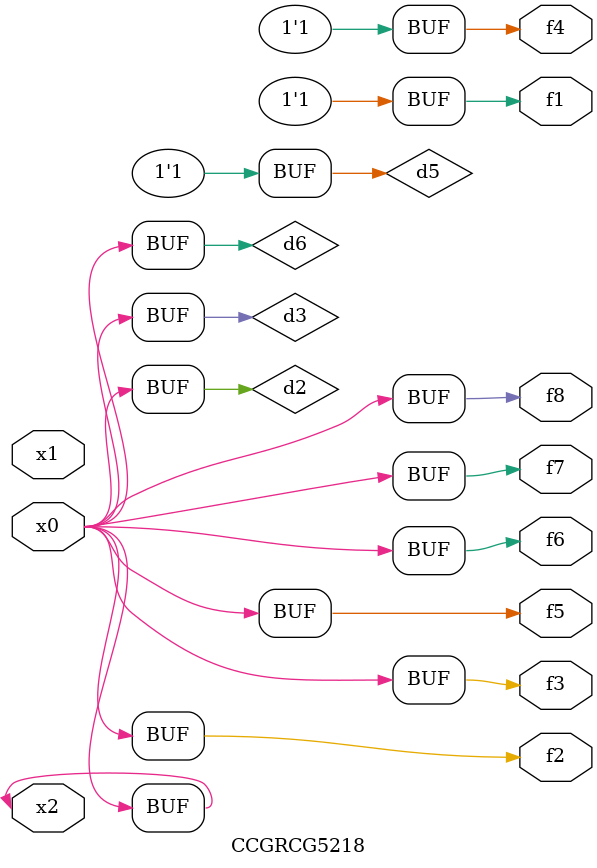
<source format=v>
module CCGRCG5218(
	input x0, x1, x2,
	output f1, f2, f3, f4, f5, f6, f7, f8
);

	wire d1, d2, d3, d4, d5, d6;

	xnor (d1, x2);
	buf (d2, x0, x2);
	and (d3, x0);
	xnor (d4, x1, x2);
	nand (d5, d1, d3);
	buf (d6, d2, d3);
	assign f1 = d5;
	assign f2 = d6;
	assign f3 = d6;
	assign f4 = d5;
	assign f5 = d6;
	assign f6 = d6;
	assign f7 = d6;
	assign f8 = d6;
endmodule

</source>
